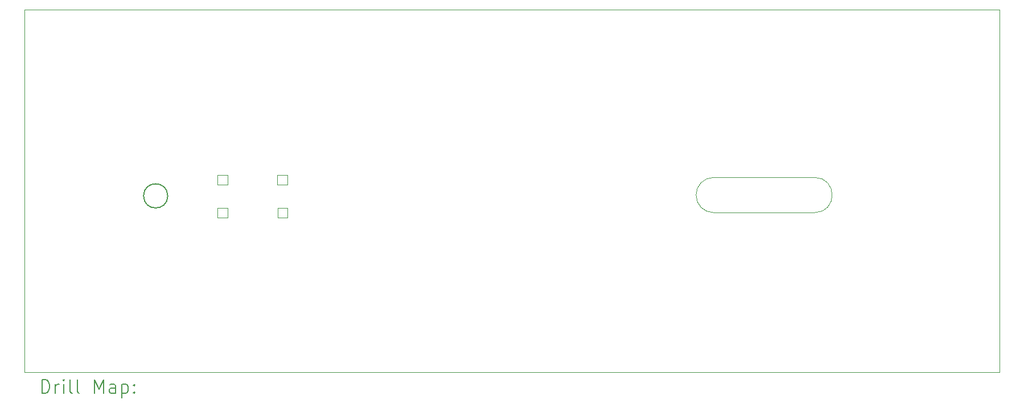
<source format=gbr>
%TF.GenerationSoftware,KiCad,Pcbnew,8.0.5*%
%TF.CreationDate,2025-08-28T07:35:46+02:00*%
%TF.ProjectId,SVX_Node_Case_front,5356585f-4e6f-4646-955f-436173655f66,rev?*%
%TF.SameCoordinates,Original*%
%TF.FileFunction,Drillmap*%
%TF.FilePolarity,Positive*%
%FSLAX45Y45*%
G04 Gerber Fmt 4.5, Leading zero omitted, Abs format (unit mm)*
G04 Created by KiCad (PCBNEW 8.0.5) date 2025-08-28 07:35:46*
%MOMM*%
%LPD*%
G01*
G04 APERTURE LIST*
%ADD10C,0.050000*%
%ADD11C,0.200000*%
G04 APERTURE END LIST*
D10*
X10322000Y-9357000D02*
X10472000Y-9357000D01*
X10472000Y-9497000D01*
X10322000Y-9497000D01*
X10322000Y-9357000D01*
X11212000Y-8866000D02*
X11362000Y-8866000D01*
X11362000Y-9006000D01*
X11212000Y-9006000D01*
X11212000Y-8866000D01*
X11213000Y-9357000D02*
X11363000Y-9357000D01*
X11363000Y-9497000D01*
X11213000Y-9497000D01*
X11213000Y-9357000D01*
X17700003Y-8900000D02*
X19200003Y-8900000D01*
D11*
X9580000Y-9175000D02*
G75*
G02*
X9220000Y-9175000I-180000J0D01*
G01*
X9220000Y-9175000D02*
G75*
G02*
X9580000Y-9175000I180000J0D01*
G01*
D10*
X19200003Y-8900000D02*
G75*
G02*
X19200003Y-9425000I-3J-262500D01*
G01*
X7450000Y-6400000D02*
X21950000Y-6400000D01*
X21950000Y-11800000D01*
X7450000Y-11800000D01*
X7450000Y-6400000D01*
X10321000Y-8866000D02*
X10471000Y-8866000D01*
X10471000Y-9006000D01*
X10321000Y-9006000D01*
X10321000Y-8866000D01*
X17700003Y-9425000D02*
G75*
G02*
X17700003Y-8900000I-3J262500D01*
G01*
X17700003Y-9425000D02*
X19200003Y-9425000D01*
D11*
X7708277Y-12113984D02*
X7708277Y-11913984D01*
X7708277Y-11913984D02*
X7755896Y-11913984D01*
X7755896Y-11913984D02*
X7784467Y-11923508D01*
X7784467Y-11923508D02*
X7803515Y-11942555D01*
X7803515Y-11942555D02*
X7813039Y-11961603D01*
X7813039Y-11961603D02*
X7822562Y-11999698D01*
X7822562Y-11999698D02*
X7822562Y-12028269D01*
X7822562Y-12028269D02*
X7813039Y-12066365D01*
X7813039Y-12066365D02*
X7803515Y-12085412D01*
X7803515Y-12085412D02*
X7784467Y-12104460D01*
X7784467Y-12104460D02*
X7755896Y-12113984D01*
X7755896Y-12113984D02*
X7708277Y-12113984D01*
X7908277Y-12113984D02*
X7908277Y-11980650D01*
X7908277Y-12018746D02*
X7917801Y-11999698D01*
X7917801Y-11999698D02*
X7927324Y-11990174D01*
X7927324Y-11990174D02*
X7946372Y-11980650D01*
X7946372Y-11980650D02*
X7965420Y-11980650D01*
X8032086Y-12113984D02*
X8032086Y-11980650D01*
X8032086Y-11913984D02*
X8022562Y-11923508D01*
X8022562Y-11923508D02*
X8032086Y-11933031D01*
X8032086Y-11933031D02*
X8041610Y-11923508D01*
X8041610Y-11923508D02*
X8032086Y-11913984D01*
X8032086Y-11913984D02*
X8032086Y-11933031D01*
X8155896Y-12113984D02*
X8136848Y-12104460D01*
X8136848Y-12104460D02*
X8127324Y-12085412D01*
X8127324Y-12085412D02*
X8127324Y-11913984D01*
X8260658Y-12113984D02*
X8241610Y-12104460D01*
X8241610Y-12104460D02*
X8232086Y-12085412D01*
X8232086Y-12085412D02*
X8232086Y-11913984D01*
X8489229Y-12113984D02*
X8489229Y-11913984D01*
X8489229Y-11913984D02*
X8555896Y-12056841D01*
X8555896Y-12056841D02*
X8622563Y-11913984D01*
X8622563Y-11913984D02*
X8622563Y-12113984D01*
X8803515Y-12113984D02*
X8803515Y-12009222D01*
X8803515Y-12009222D02*
X8793991Y-11990174D01*
X8793991Y-11990174D02*
X8774944Y-11980650D01*
X8774944Y-11980650D02*
X8736848Y-11980650D01*
X8736848Y-11980650D02*
X8717801Y-11990174D01*
X8803515Y-12104460D02*
X8784467Y-12113984D01*
X8784467Y-12113984D02*
X8736848Y-12113984D01*
X8736848Y-12113984D02*
X8717801Y-12104460D01*
X8717801Y-12104460D02*
X8708277Y-12085412D01*
X8708277Y-12085412D02*
X8708277Y-12066365D01*
X8708277Y-12066365D02*
X8717801Y-12047317D01*
X8717801Y-12047317D02*
X8736848Y-12037793D01*
X8736848Y-12037793D02*
X8784467Y-12037793D01*
X8784467Y-12037793D02*
X8803515Y-12028269D01*
X8898753Y-11980650D02*
X8898753Y-12180650D01*
X8898753Y-11990174D02*
X8917801Y-11980650D01*
X8917801Y-11980650D02*
X8955896Y-11980650D01*
X8955896Y-11980650D02*
X8974944Y-11990174D01*
X8974944Y-11990174D02*
X8984467Y-11999698D01*
X8984467Y-11999698D02*
X8993991Y-12018746D01*
X8993991Y-12018746D02*
X8993991Y-12075888D01*
X8993991Y-12075888D02*
X8984467Y-12094936D01*
X8984467Y-12094936D02*
X8974944Y-12104460D01*
X8974944Y-12104460D02*
X8955896Y-12113984D01*
X8955896Y-12113984D02*
X8917801Y-12113984D01*
X8917801Y-12113984D02*
X8898753Y-12104460D01*
X9079705Y-12094936D02*
X9089229Y-12104460D01*
X9089229Y-12104460D02*
X9079705Y-12113984D01*
X9079705Y-12113984D02*
X9070182Y-12104460D01*
X9070182Y-12104460D02*
X9079705Y-12094936D01*
X9079705Y-12094936D02*
X9079705Y-12113984D01*
X9079705Y-11990174D02*
X9089229Y-11999698D01*
X9089229Y-11999698D02*
X9079705Y-12009222D01*
X9079705Y-12009222D02*
X9070182Y-11999698D01*
X9070182Y-11999698D02*
X9079705Y-11990174D01*
X9079705Y-11990174D02*
X9079705Y-12009222D01*
M02*

</source>
